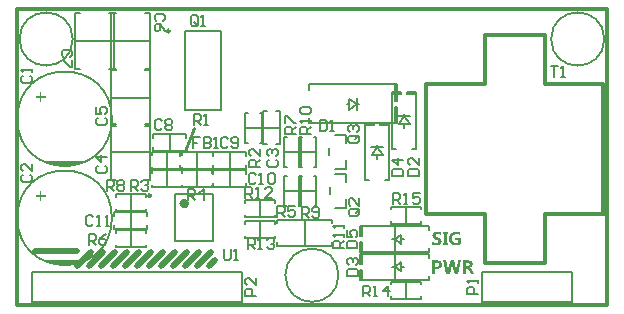
<source format=gto>
G04*
G04 #@! TF.GenerationSoftware,Altium Limited,Altium Designer,21.1.0 (24)*
G04*
G04 Layer_Color=16777215*
%FSLAX44Y44*%
%MOMM*%
G71*
G04*
G04 #@! TF.SameCoordinates,11EEB628-8EEC-4D1F-BDFF-B4013DCA5F77*
G04*
G04*
G04 #@! TF.FilePolarity,Positive*
G04*
G01*
G75*
%ADD10C,0.2000*%
%ADD11C,0.2500*%
%ADD12C,0.4000*%
%ADD13C,0.1500*%
%ADD14C,0.2540*%
%ADD15C,0.5000*%
%ADD16C,0.3000*%
G36*
X57545Y37408D02*
X55566Y36485D01*
X51430Y35081D01*
X47165Y34136D01*
X42824Y33660D01*
X38456D01*
X34114Y34136D01*
X29850Y35081D01*
X25714Y36485D01*
X23735Y37408D01*
X23735D01*
X57545D01*
D02*
G37*
G36*
Y121228D02*
X55566Y120305D01*
X51430Y118901D01*
X47165Y117956D01*
X42824Y117480D01*
X38456D01*
X34114Y117956D01*
X29850Y118901D01*
X25714Y120305D01*
X23735Y121228D01*
X23735D01*
X57545D01*
D02*
G37*
G36*
X356969Y61902D02*
X357210D01*
X357469Y61883D01*
X357729Y61846D01*
X357988Y61809D01*
X358025D01*
X358099Y61791D01*
X358228Y61772D01*
X358395Y61735D01*
X358599Y61680D01*
X358803Y61624D01*
X359247Y61494D01*
Y59162D01*
X359228D01*
X359191Y59198D01*
X359136Y59236D01*
X359062Y59273D01*
X358858Y59384D01*
X358617Y59495D01*
X358599D01*
X358562Y59513D01*
X358488Y59550D01*
X358414Y59587D01*
X358191Y59661D01*
X357932Y59735D01*
X357914D01*
X357877Y59754D01*
X357803Y59773D01*
X357729Y59791D01*
X357506Y59847D01*
X357247Y59884D01*
X357229D01*
X357192Y59902D01*
X357118D01*
X357025Y59921D01*
X356821Y59939D01*
X356432D01*
X356321Y59921D01*
X356081Y59902D01*
X355803Y59847D01*
X355784D01*
X355747Y59828D01*
X355673Y59809D01*
X355599Y59791D01*
X355414Y59717D01*
X355210Y59606D01*
X355192D01*
X355173Y59587D01*
X355081Y59513D01*
X354951Y59402D01*
X354840Y59254D01*
X354822Y59217D01*
X354785Y59124D01*
X354729Y58976D01*
X354710Y58791D01*
Y58773D01*
Y58736D01*
Y58680D01*
X354729Y58625D01*
X354766Y58439D01*
X354859Y58273D01*
Y58254D01*
X354896Y58236D01*
X354970Y58143D01*
X355099Y57995D01*
X355266Y57847D01*
X355284D01*
X355321Y57810D01*
X355377Y57773D01*
X355451Y57736D01*
X355673Y57606D01*
X355933Y57458D01*
X355951D01*
X356007Y57421D01*
X356081Y57384D01*
X356192Y57347D01*
X356321Y57291D01*
X356469Y57217D01*
X356821Y57069D01*
X356858Y57051D01*
X356932Y57014D01*
X357062Y56958D01*
X357229Y56884D01*
X357414Y56791D01*
X357617Y56699D01*
X358025Y56458D01*
X358043Y56439D01*
X358117Y56403D01*
X358210Y56328D01*
X358340Y56254D01*
X358488Y56143D01*
X358636Y56014D01*
X358951Y55736D01*
X358969Y55717D01*
X359006Y55662D01*
X359080Y55588D01*
X359173Y55477D01*
X359266Y55347D01*
X359358Y55199D01*
X359543Y54829D01*
X359562Y54810D01*
X359580Y54736D01*
X359617Y54643D01*
X359654Y54495D01*
X359691Y54329D01*
X359710Y54125D01*
X359747Y53884D01*
Y53643D01*
Y53625D01*
Y53607D01*
Y53495D01*
X359728Y53310D01*
X359710Y53088D01*
X359654Y52847D01*
X359599Y52569D01*
X359506Y52310D01*
X359377Y52051D01*
X359358Y52033D01*
X359321Y51940D01*
X359228Y51829D01*
X359117Y51681D01*
X358988Y51514D01*
X358821Y51347D01*
X358636Y51181D01*
X358414Y51014D01*
X358395Y50996D01*
X358303Y50959D01*
X358173Y50884D01*
X358006Y50792D01*
X357803Y50699D01*
X357562Y50625D01*
X357284Y50533D01*
X356988Y50459D01*
X356951D01*
X356858Y50440D01*
X356692Y50403D01*
X356469Y50385D01*
X356229Y50347D01*
X355933Y50311D01*
X355618Y50292D01*
X355136D01*
X354951Y50311D01*
X354710D01*
X354451Y50329D01*
X354155Y50366D01*
X353525Y50459D01*
X353488D01*
X353396Y50496D01*
X353229Y50514D01*
X353044Y50570D01*
X352803Y50644D01*
X352581Y50718D01*
X352340Y50810D01*
X352099Y50922D01*
Y53421D01*
X352137Y53403D01*
X352211Y53329D01*
X352359Y53218D01*
X352525Y53106D01*
X352748Y52958D01*
X353007Y52810D01*
X353266Y52681D01*
X353562Y52551D01*
X353581D01*
X353599Y52533D01*
X353692Y52514D01*
X353859Y52458D01*
X354062Y52421D01*
X354303Y52366D01*
X354581Y52310D01*
X354877Y52292D01*
X355173Y52273D01*
X355340D01*
X355451Y52292D01*
X355729Y52310D01*
X356007Y52347D01*
X356025D01*
X356062Y52366D01*
X356136Y52384D01*
X356210Y52421D01*
X356414Y52495D01*
X356599Y52588D01*
X356618D01*
X356636Y52625D01*
X356729Y52699D01*
X356858Y52810D01*
X356951Y52958D01*
Y52977D01*
X356969Y52995D01*
X357025Y53088D01*
X357062Y53236D01*
X357080Y53403D01*
Y53421D01*
Y53458D01*
X357062Y53514D01*
Y53607D01*
X356988Y53792D01*
X356951Y53903D01*
X356877Y53995D01*
Y54014D01*
X356840Y54032D01*
X356747Y54162D01*
X356581Y54310D01*
X356358Y54477D01*
X356340Y54495D01*
X356303Y54514D01*
X356229Y54551D01*
X356155Y54606D01*
X356044Y54680D01*
X355914Y54755D01*
X355599Y54903D01*
X355581Y54921D01*
X355525Y54940D01*
X355433Y54977D01*
X355321Y55032D01*
X355173Y55088D01*
X355007Y55162D01*
X354636Y55310D01*
X354618D01*
X354581Y55328D01*
X354507Y55366D01*
X354414Y55403D01*
X354303Y55458D01*
X354192Y55532D01*
X353896Y55680D01*
X353581Y55884D01*
X353248Y56106D01*
X352951Y56384D01*
X352674Y56662D01*
Y56680D01*
X352655Y56699D01*
X352581Y56810D01*
X352470Y56976D01*
X352359Y57199D01*
X352248Y57476D01*
X352137Y57810D01*
X352062Y58162D01*
X352044Y58569D01*
Y58587D01*
Y58606D01*
Y58717D01*
X352062Y58884D01*
X352081Y59087D01*
X352137Y59328D01*
X352192Y59587D01*
X352285Y59847D01*
X352396Y60087D01*
X352414Y60124D01*
X352470Y60198D01*
X352544Y60310D01*
X352655Y60458D01*
X352785Y60624D01*
X352951Y60791D01*
X353136Y60958D01*
X353340Y61124D01*
X353377Y61143D01*
X353451Y61198D01*
X353581Y61272D01*
X353747Y61346D01*
X353951Y61458D01*
X354192Y61550D01*
X354451Y61643D01*
X354747Y61717D01*
X354766D01*
X354785Y61735D01*
X354896Y61754D01*
X355044Y61791D01*
X355266Y61828D01*
X355507Y61865D01*
X355803Y61883D01*
X356099Y61920D01*
X356747D01*
X356969Y61902D01*
D02*
G37*
G36*
X372672D02*
X372857D01*
X373060Y61883D01*
X373283Y61865D01*
X373764Y61791D01*
X374301Y61717D01*
X374838Y61587D01*
X375375Y61420D01*
Y59050D01*
X375356D01*
X375319Y59087D01*
X375245Y59124D01*
X375134Y59162D01*
X375005Y59236D01*
X374856Y59291D01*
X374690Y59365D01*
X374486Y59439D01*
X374264Y59495D01*
X374023Y59569D01*
X373745Y59643D01*
X373468Y59698D01*
X372857Y59773D01*
X372172Y59809D01*
X372023D01*
X371912Y59791D01*
X371783Y59773D01*
X371616Y59754D01*
X371264Y59680D01*
X370857Y59550D01*
X370431Y59365D01*
X370209Y59254D01*
X370005Y59124D01*
X369783Y58958D01*
X369598Y58773D01*
X369579Y58754D01*
X369561Y58717D01*
X369505Y58661D01*
X369450Y58587D01*
X369375Y58476D01*
X369283Y58365D01*
X369190Y58217D01*
X369116Y58050D01*
X369024Y57865D01*
X368931Y57662D01*
X368839Y57439D01*
X368764Y57199D01*
X368653Y56662D01*
X368635Y56365D01*
X368616Y56051D01*
Y56032D01*
Y55977D01*
Y55884D01*
X368635Y55773D01*
Y55625D01*
X368672Y55458D01*
X368727Y55069D01*
X368839Y54625D01*
X368987Y54180D01*
X369209Y53755D01*
X369357Y53551D01*
X369505Y53366D01*
X369524Y53347D01*
X369542Y53329D01*
X369598Y53273D01*
X369672Y53218D01*
X369764Y53144D01*
X369875Y53070D01*
X369987Y52977D01*
X370135Y52903D01*
X370486Y52718D01*
X370894Y52569D01*
X371375Y52458D01*
X371635Y52440D01*
X371912Y52421D01*
X372060D01*
X372227Y52440D01*
X372431Y52458D01*
X372672Y52477D01*
X372912Y52533D01*
X373134Y52588D01*
X373357Y52681D01*
Y54884D01*
X371098D01*
Y56902D01*
X375893D01*
Y51236D01*
X375875Y51218D01*
X375819Y51199D01*
X375727Y51144D01*
X375597Y51088D01*
X375430Y51014D01*
X375245Y50940D01*
X375023Y50848D01*
X374764Y50773D01*
X374486Y50681D01*
X374171Y50588D01*
X373820Y50514D01*
X373468Y50440D01*
X373079Y50385D01*
X372672Y50329D01*
X372227Y50311D01*
X371783Y50292D01*
X371672D01*
X371524Y50311D01*
X371338D01*
X371116Y50347D01*
X370838Y50366D01*
X370561Y50422D01*
X370227Y50477D01*
X369894Y50551D01*
X369542Y50662D01*
X369190Y50773D01*
X368839Y50922D01*
X368487Y51088D01*
X368135Y51292D01*
X367820Y51533D01*
X367505Y51792D01*
X367487Y51810D01*
X367431Y51866D01*
X367357Y51940D01*
X367265Y52070D01*
X367154Y52218D01*
X367005Y52403D01*
X366876Y52625D01*
X366728Y52866D01*
X366580Y53144D01*
X366450Y53458D01*
X366320Y53792D01*
X366191Y54162D01*
X366098Y54569D01*
X366024Y54995D01*
X365969Y55440D01*
X365950Y55921D01*
Y55958D01*
Y56032D01*
X365969Y56180D01*
Y56365D01*
X366006Y56588D01*
X366043Y56847D01*
X366098Y57143D01*
X366172Y57458D01*
X366246Y57791D01*
X366357Y58143D01*
X366506Y58495D01*
X366672Y58865D01*
X366857Y59217D01*
X367098Y59569D01*
X367357Y59921D01*
X367654Y60235D01*
X367672Y60254D01*
X367728Y60310D01*
X367839Y60384D01*
X367968Y60495D01*
X368135Y60624D01*
X368339Y60772D01*
X368579Y60921D01*
X368857Y61087D01*
X369172Y61235D01*
X369524Y61383D01*
X369894Y61532D01*
X370301Y61661D01*
X370727Y61772D01*
X371190Y61846D01*
X371690Y61902D01*
X372209Y61920D01*
X372505D01*
X372672Y61902D01*
D02*
G37*
G36*
X365080Y59754D02*
X364135D01*
Y52458D01*
X365080D01*
Y50496D01*
X360654D01*
Y52458D01*
X361599D01*
Y59754D01*
X360654D01*
Y61717D01*
X365080D01*
Y59754D01*
D02*
G37*
G36*
X373597Y26416D02*
X370801D01*
X368950Y33600D01*
Y33619D01*
X368931Y33693D01*
X368894Y33823D01*
X368876Y33971D01*
X368839Y34156D01*
X368801Y34378D01*
X368783Y34600D01*
X368764Y34860D01*
X368727D01*
Y34822D01*
X368709Y34730D01*
Y34600D01*
X368690Y34415D01*
X368653Y34211D01*
X368616Y34008D01*
X368579Y33804D01*
X368524Y33600D01*
X366617Y26416D01*
X363709D01*
X360765Y37637D01*
X363524D01*
X365098Y30156D01*
Y30138D01*
X365117Y30064D01*
X365135Y29971D01*
X365154Y29823D01*
X365172Y29638D01*
X365209Y29416D01*
X365228Y29156D01*
X365246Y28879D01*
X365283D01*
Y28897D01*
X365302Y28990D01*
Y29101D01*
X365320Y29268D01*
X365357Y29453D01*
X365395Y29675D01*
X365450Y29934D01*
X365524Y30193D01*
X367561Y37637D01*
X370264D01*
X372098Y30101D01*
Y30082D01*
X372116Y30027D01*
X372135Y29916D01*
X372153Y29786D01*
X372190Y29619D01*
X372209Y29397D01*
X372246Y29156D01*
X372283Y28879D01*
X372301D01*
Y28916D01*
Y28990D01*
X372320Y29119D01*
X372338Y29268D01*
X372357Y29471D01*
X372394Y29675D01*
X372468Y30138D01*
X374023Y37637D01*
X376578D01*
X373597Y26416D01*
D02*
G37*
G36*
X382374Y37619D02*
X382652Y37582D01*
X382948Y37545D01*
X383300Y37470D01*
X383670Y37378D01*
X384059Y37248D01*
X384430Y37100D01*
X384800Y36896D01*
X385152Y36637D01*
X385466Y36341D01*
X385726Y36008D01*
X385929Y35582D01*
X386003Y35359D01*
X386059Y35119D01*
X386077Y34860D01*
X386096Y34582D01*
Y34563D01*
Y34489D01*
Y34360D01*
X386077Y34230D01*
X386059Y34063D01*
X386022Y33878D01*
X385911Y33489D01*
Y33471D01*
X385874Y33397D01*
X385837Y33304D01*
X385781Y33193D01*
X385707Y33045D01*
X385615Y32897D01*
X385392Y32582D01*
X385374Y32564D01*
X385337Y32527D01*
X385263Y32452D01*
X385170Y32360D01*
X385059Y32249D01*
X384930Y32138D01*
X384763Y32008D01*
X384596Y31897D01*
X384578Y31878D01*
X384522Y31860D01*
X384430Y31804D01*
X384300Y31730D01*
X384152Y31675D01*
X383967Y31601D01*
X383578Y31453D01*
Y31416D01*
X383596D01*
X383615Y31397D01*
X383726Y31360D01*
X383874Y31267D01*
X384041Y31156D01*
X384059D01*
X384078Y31119D01*
X384189Y31045D01*
X384337Y30916D01*
X384504Y30749D01*
X384522Y30730D01*
X384541Y30712D01*
X384633Y30601D01*
X384781Y30453D01*
X384930Y30249D01*
X384948Y30230D01*
X384967Y30212D01*
X385059Y30082D01*
X385170Y29916D01*
X385281Y29731D01*
X387411Y26416D01*
X384504D01*
X382763Y29286D01*
Y29305D01*
X382726Y29342D01*
X382689Y29397D01*
X382633Y29490D01*
X382522Y29675D01*
X382374Y29879D01*
Y29897D01*
X382337Y29916D01*
X382263Y30027D01*
X382152Y30175D01*
X382022Y30323D01*
X381985Y30360D01*
X381911Y30434D01*
X381782Y30527D01*
X381633Y30601D01*
X381596Y30619D01*
X381504Y30656D01*
X381374Y30693D01*
X381208Y30712D01*
X380541D01*
Y26416D01*
X378004D01*
Y37637D01*
X382189D01*
X382374Y37619D01*
D02*
G37*
G36*
X356284D02*
X356395D01*
X356673Y37582D01*
X356988Y37526D01*
X357358Y37452D01*
X357747Y37341D01*
X358136Y37193D01*
X358525Y37008D01*
X358914Y36767D01*
X359284Y36470D01*
X359599Y36119D01*
X359877Y35711D01*
X359988Y35471D01*
X360080Y35230D01*
X360154Y34971D01*
X360210Y34674D01*
X360247Y34378D01*
X360265Y34045D01*
Y34026D01*
Y33971D01*
Y33878D01*
X360247Y33767D01*
X360228Y33619D01*
X360210Y33452D01*
X360173Y33267D01*
X360117Y33063D01*
X359969Y32638D01*
X359877Y32415D01*
X359747Y32175D01*
X359617Y31953D01*
X359451Y31730D01*
X359266Y31508D01*
X359043Y31304D01*
X359025Y31286D01*
X358988Y31267D01*
X358914Y31212D01*
X358821Y31138D01*
X358691Y31064D01*
X358543Y30971D01*
X358377Y30879D01*
X358173Y30786D01*
X357951Y30693D01*
X357710Y30601D01*
X357451Y30508D01*
X357155Y30434D01*
X356840Y30360D01*
X356507Y30305D01*
X356155Y30286D01*
X355784Y30268D01*
X354581D01*
Y26416D01*
X352044D01*
Y37637D01*
X356192D01*
X356284Y37619D01*
D02*
G37*
G36*
X21048Y93122D02*
X24566D01*
Y91641D01*
X21048D01*
Y88160D01*
X19585D01*
Y91641D01*
X16104D01*
Y93122D01*
X19585D01*
Y96603D01*
X21048D01*
Y93122D01*
D02*
G37*
G36*
Y176942D02*
X24566D01*
Y175461D01*
X21048D01*
Y171980D01*
X19585D01*
Y175461D01*
X16104D01*
Y176942D01*
X19585D01*
Y180424D01*
X21048D01*
Y176942D01*
D02*
G37*
%LPC*%
G36*
X381671Y35748D02*
X380541D01*
Y32619D01*
X381745D01*
X381893Y32638D01*
X382078Y32675D01*
X382300Y32730D01*
X382522Y32823D01*
X382726Y32934D01*
X382930Y33082D01*
X382948Y33101D01*
X383004Y33175D01*
X383096Y33267D01*
X383189Y33415D01*
X383263Y33582D01*
X383356Y33786D01*
X383411Y34008D01*
X383430Y34267D01*
Y34286D01*
Y34323D01*
X383411Y34397D01*
Y34508D01*
X383337Y34730D01*
X383282Y34878D01*
X383207Y35008D01*
X383115Y35137D01*
X383004Y35285D01*
X382856Y35397D01*
X382689Y35526D01*
X382485Y35619D01*
X382245Y35693D01*
X381985Y35730D01*
X381671Y35748D01*
D02*
G37*
G36*
X355562Y35693D02*
X354581D01*
Y32193D01*
X355655D01*
X355747Y32212D01*
X355877Y32230D01*
X356044Y32249D01*
X356210Y32286D01*
X356395Y32341D01*
X356581Y32415D01*
X356766Y32508D01*
X356951Y32619D01*
X357136Y32767D01*
X357284Y32934D01*
X357414Y33138D01*
X357506Y33378D01*
X357580Y33637D01*
X357599Y33952D01*
Y33971D01*
Y34026D01*
X357580Y34119D01*
X357562Y34230D01*
X357543Y34360D01*
X357488Y34508D01*
X357432Y34656D01*
X357340Y34822D01*
X357229Y34989D01*
X357099Y35137D01*
X356932Y35285D01*
X356747Y35415D01*
X356507Y35526D01*
X356229Y35619D01*
X355914Y35674D01*
X355562Y35693D01*
D02*
G37*
%LPD*%
D10*
X80640Y73660D02*
G03*
X80640Y73660I-40000J0D01*
G01*
X23735Y37408D02*
G03*
X57545Y37408I16905J36252D01*
G01*
X80640Y157480D02*
G03*
X80640Y157480I-40000J0D01*
G01*
X23735Y121228D02*
G03*
X57545Y121228I16905J36252D01*
G01*
X497500Y225000D02*
G03*
X497500Y225000I-22500J0D01*
G01*
X272500Y25000D02*
G03*
X272500Y25000I-22500J0D01*
G01*
X47500Y225000D02*
G03*
X47500Y225000I-22500J0D01*
G01*
X243840Y49960D02*
Y71960D01*
X220840Y49960D02*
Y52960D01*
Y49960D02*
X266840D01*
Y52960D01*
Y68960D02*
Y71960D01*
X220840D02*
X266840D01*
X220840Y68960D02*
Y71960D01*
X23735Y37408D02*
X57545D01*
X304800Y123540D02*
Y126540D01*
Y133540D02*
Y135540D01*
X300800Y126540D02*
X309800D01*
X304800Y133540D02*
X309800Y126540D01*
X300800D02*
X304800Y133540D01*
X299800D02*
X309800D01*
X393700Y2540D02*
X469900D01*
Y27940D01*
X393700D02*
X469900D01*
X393700Y2540D02*
Y27940D01*
X12700D02*
X190500D01*
X12700Y2540D02*
Y27940D01*
Y2540D02*
X190500D01*
Y27940D01*
X327660Y149880D02*
Y152880D01*
Y159880D02*
Y161880D01*
X323660Y152880D02*
X332660D01*
X327660Y159880D02*
X332660Y152880D01*
X323660D02*
X327660Y159880D01*
X322660D02*
X332660D01*
X23735Y121228D02*
X57545D01*
X142270Y164620D02*
Y231620D01*
X173270Y164620D02*
Y231620D01*
X142270D02*
X173270D01*
X142270Y164620D02*
X173270D01*
X269780Y144040D02*
X278780D01*
Y136790D02*
Y144040D01*
X269780Y115040D02*
X278780D01*
Y122290D01*
X264780Y126540D02*
Y132540D01*
X269940Y111020D02*
X278940D01*
Y103770D02*
Y111020D01*
X269940Y82020D02*
X278940D01*
Y89270D01*
X264940Y93520D02*
Y99520D01*
X133860Y53660D02*
Y93660D01*
X165860Y53660D02*
Y93660D01*
X133860D02*
X165860D01*
X133860Y53660D02*
X165860D01*
X279480Y170180D02*
X281480D01*
X288480D02*
X289480D01*
X281480Y165180D02*
Y174180D01*
Y165180D02*
X288480Y170180D01*
X281480Y174180D02*
X288480Y170180D01*
Y165180D02*
Y175180D01*
X321980Y153670D02*
Y167640D01*
X247650Y153670D02*
X321980D01*
X320040Y167640D02*
X321980D01*
X320040Y153670D02*
Y167640D01*
Y172720D02*
Y186690D01*
Y172720D02*
X321980D01*
X247650Y153670D02*
Y158430D01*
X321980Y172720D02*
Y186690D01*
X247650Y181930D02*
Y186690D01*
X321980D01*
X318754Y85501D02*
Y94499D01*
X323252D01*
X324752Y92999D01*
Y90000D01*
X323252Y88500D01*
X318754D01*
X321753D02*
X324752Y85501D01*
X327751D02*
X330750D01*
X329250D01*
Y94499D01*
X327751Y92999D01*
X341246Y94499D02*
X335248D01*
Y90000D01*
X338247Y91500D01*
X339747D01*
X341246Y90000D01*
Y87001D01*
X339747Y85501D01*
X336748D01*
X335248Y87001D01*
X279433Y48128D02*
X288431D01*
Y52627D01*
X286931Y54127D01*
X280933D01*
X279433Y52627D01*
Y48128D01*
Y63123D02*
Y57126D01*
X283932D01*
X282432Y60125D01*
Y61624D01*
X283932Y63123D01*
X286931D01*
X288431Y61624D01*
Y58625D01*
X286931Y57126D01*
X318081Y109342D02*
X327079D01*
Y113841D01*
X325579Y115340D01*
X319581D01*
X318081Y113841D01*
Y109342D01*
X327079Y122838D02*
X318081D01*
X322580Y118340D01*
Y124338D01*
X45598Y209902D02*
X47097Y211402D01*
Y214401D01*
X45598Y215900D01*
X39599D01*
X38100Y214401D01*
Y211402D01*
X39599Y209902D01*
X47097Y206903D02*
Y200905D01*
X45598D01*
X39599Y206903D01*
X38100D01*
X202619Y7742D02*
X193622D01*
Y12241D01*
X195121Y13741D01*
X198120D01*
X199620Y12241D01*
Y7742D01*
X202619Y22738D02*
Y16739D01*
X196621Y22738D01*
X195121D01*
X193622Y21238D01*
Y18239D01*
X195121Y16739D01*
X390578Y9242D02*
X381581D01*
Y13741D01*
X383081Y15240D01*
X386080D01*
X387579Y13741D01*
Y9242D01*
X390578Y18239D02*
Y21238D01*
Y19739D01*
X381581D01*
X383081Y18239D01*
X155521Y141658D02*
X149523D01*
Y137160D01*
X152522D01*
X149523D01*
Y132662D01*
X158520Y141658D02*
Y132662D01*
X163019D01*
X164519Y134161D01*
Y135660D01*
X163019Y137160D01*
X158520D01*
X163019D01*
X164519Y138659D01*
Y140159D01*
X163019Y141658D01*
X158520D01*
X167518Y132662D02*
X170517D01*
X169017D01*
Y141658D01*
X167518Y140159D01*
X279941Y24506D02*
X288939D01*
Y29005D01*
X287439Y30505D01*
X281441D01*
X279941Y29005D01*
Y24506D01*
X281441Y33503D02*
X279941Y35003D01*
Y38002D01*
X281441Y39502D01*
X282941D01*
X284440Y38002D01*
Y36502D01*
Y38002D01*
X285940Y39502D01*
X287439D01*
X288939Y38002D01*
Y35003D01*
X287439Y33503D01*
X64831Y74119D02*
X63332Y75619D01*
X60333D01*
X58833Y74119D01*
Y68121D01*
X60333Y66621D01*
X63332D01*
X64831Y68121D01*
X67830Y66621D02*
X70829D01*
X69330D01*
Y75619D01*
X67830Y74119D01*
X75328Y66621D02*
X78327D01*
X76827D01*
Y75619D01*
X75328Y74119D01*
X202468Y109895D02*
X200968Y111394D01*
X197969D01*
X196470Y109895D01*
Y103897D01*
X197969Y102397D01*
X200968D01*
X202468Y103897D01*
X205467Y102397D02*
X208466D01*
X206966D01*
Y111394D01*
X205467Y109895D01*
X212964D02*
X214464Y111394D01*
X217463D01*
X218963Y109895D01*
Y103897D01*
X217463Y102397D01*
X214464D01*
X212964Y103897D01*
Y109895D01*
X178841Y140159D02*
X177341Y141658D01*
X174342D01*
X172842Y140159D01*
Y134161D01*
X174342Y132662D01*
X177341D01*
X178841Y134161D01*
X181840D02*
X183339Y132662D01*
X186338D01*
X187838Y134161D01*
Y140159D01*
X186338Y141658D01*
X183339D01*
X181840Y140159D01*
Y138659D01*
X183339Y137160D01*
X187838D01*
X122961Y155399D02*
X121461Y156898D01*
X118462D01*
X116962Y155399D01*
Y149401D01*
X118462Y147901D01*
X121461D01*
X122961Y149401D01*
X125960Y155399D02*
X127459Y156898D01*
X130458D01*
X131958Y155399D01*
Y153899D01*
X130458Y152400D01*
X131958Y150900D01*
Y149401D01*
X130458Y147901D01*
X127459D01*
X125960Y149401D01*
Y150900D01*
X127459Y152400D01*
X125960Y153899D01*
Y155399D01*
X127459Y152400D02*
X130458D01*
X193582Y90396D02*
Y99393D01*
X198081D01*
X199580Y97894D01*
Y94895D01*
X198081Y93395D01*
X193582D01*
X196581D02*
X199580Y90396D01*
X202579D02*
X205578D01*
X204079D01*
Y99393D01*
X202579Y97894D01*
X216075Y90396D02*
X210077D01*
X216075Y96394D01*
Y97894D01*
X214575Y99393D01*
X211576D01*
X210077Y97894D01*
X124338Y240382D02*
X125837Y241882D01*
Y244881D01*
X124338Y246380D01*
X118340D01*
X116840Y244881D01*
Y241882D01*
X118340Y240382D01*
X125837Y231385D02*
X124338Y234384D01*
X121339Y237383D01*
X118340D01*
X116840Y235883D01*
Y232884D01*
X118340Y231385D01*
X119839D01*
X121339Y232884D01*
Y237383D01*
X175260Y47097D02*
Y39599D01*
X176759Y38100D01*
X179758D01*
X181258Y39599D01*
Y47097D01*
X184257Y38100D02*
X187256D01*
X185757D01*
Y47097D01*
X184257Y45598D01*
X452120Y202037D02*
X458118D01*
X455119D01*
Y193040D01*
X461117D02*
X464116D01*
X462617D01*
Y202037D01*
X461117Y200538D01*
X293320Y7112D02*
Y16109D01*
X297819D01*
X299318Y14610D01*
Y11610D01*
X297819Y10111D01*
X293320D01*
X296319D02*
X299318Y7112D01*
X302317D02*
X305316D01*
X303817D01*
Y16109D01*
X302317Y14610D01*
X314313Y7112D02*
Y16109D01*
X309815Y11610D01*
X315813D01*
X195780Y47220D02*
Y56217D01*
X200278D01*
X201778Y54717D01*
Y51719D01*
X200278Y50219D01*
X195780D01*
X198779D02*
X201778Y47220D01*
X204777D02*
X207776D01*
X206277D01*
Y56217D01*
X204777Y54717D01*
X212275D02*
X213774Y56217D01*
X216773D01*
X218273Y54717D01*
Y53218D01*
X216773Y51719D01*
X215274D01*
X216773D01*
X218273Y50219D01*
Y48720D01*
X216773Y47220D01*
X213774D01*
X212275Y48720D01*
X276860Y48260D02*
X267863D01*
Y52758D01*
X269363Y54258D01*
X272362D01*
X273861Y52758D01*
Y48260D01*
Y51259D02*
X276860Y54258D01*
Y57257D02*
Y60256D01*
Y58757D01*
X267863D01*
X269363Y57257D01*
X276860Y64755D02*
Y67754D01*
Y66254D01*
X267863D01*
X269363Y64755D01*
X248920Y144780D02*
X239923D01*
Y149278D01*
X241422Y150778D01*
X244422D01*
X245921Y149278D01*
Y144780D01*
Y147779D02*
X248920Y150778D01*
Y153777D02*
Y156776D01*
Y155277D01*
X239923D01*
X241422Y153777D01*
Y161275D02*
X239923Y162774D01*
Y165773D01*
X241422Y167273D01*
X247421D01*
X248920Y165773D01*
Y162774D01*
X247421Y161275D01*
X241422D01*
X241300Y73660D02*
Y82657D01*
X245798D01*
X247298Y81158D01*
Y78158D01*
X245798Y76659D01*
X241300D01*
X244299D02*
X247298Y73660D01*
X250297Y75160D02*
X251797Y73660D01*
X254796D01*
X256295Y75160D01*
Y81158D01*
X254796Y82657D01*
X251797D01*
X250297Y81158D01*
Y79658D01*
X251797Y78158D01*
X256295D01*
X76200Y96520D02*
Y105517D01*
X80698D01*
X82198Y104018D01*
Y101018D01*
X80698Y99519D01*
X76200D01*
X79199D02*
X82198Y96520D01*
X85197Y104018D02*
X86697Y105517D01*
X89696D01*
X91195Y104018D01*
Y102518D01*
X89696Y101018D01*
X91195Y99519D01*
Y98020D01*
X89696Y96520D01*
X86697D01*
X85197Y98020D01*
Y99519D01*
X86697Y101018D01*
X85197Y102518D01*
Y104018D01*
X86697Y101018D02*
X89696D01*
X236220Y144780D02*
X227223D01*
Y149278D01*
X228722Y150778D01*
X231721D01*
X233221Y149278D01*
Y144780D01*
Y147779D02*
X236220Y150778D01*
X227223Y153777D02*
Y159775D01*
X228722D01*
X234720Y153777D01*
X236220D01*
X60960Y50800D02*
Y59797D01*
X65458D01*
X66958Y58298D01*
Y55299D01*
X65458Y53799D01*
X60960D01*
X63959D02*
X66958Y50800D01*
X75955Y59797D02*
X72956Y58298D01*
X69957Y55299D01*
Y52299D01*
X71457Y50800D01*
X74456D01*
X75955Y52299D01*
Y53799D01*
X74456Y55299D01*
X69957D01*
X220840Y74500D02*
Y83497D01*
X225338D01*
X226838Y81998D01*
Y78998D01*
X225338Y77499D01*
X220840D01*
X223839D02*
X226838Y74500D01*
X235835Y83497D02*
X229837D01*
Y78998D01*
X232836Y80498D01*
X234336D01*
X235835Y78998D01*
Y75999D01*
X234336Y74500D01*
X231337D01*
X229837Y75999D01*
X144780Y88900D02*
Y97897D01*
X149278D01*
X150778Y96398D01*
Y93399D01*
X149278Y91899D01*
X144780D01*
X147779D02*
X150778Y88900D01*
X158276D02*
Y97897D01*
X153777Y93399D01*
X159775D01*
X96520Y96520D02*
Y105517D01*
X101018D01*
X102518Y104018D01*
Y101018D01*
X101018Y99519D01*
X96520D01*
X99519D02*
X102518Y96520D01*
X105517Y104018D02*
X107017Y105517D01*
X110016D01*
X111515Y104018D01*
Y102518D01*
X110016Y101018D01*
X108516D01*
X110016D01*
X111515Y99519D01*
Y98020D01*
X110016Y96520D01*
X107017D01*
X105517Y98020D01*
X205740Y116840D02*
X196743D01*
Y121339D01*
X198242Y122838D01*
X201241D01*
X202741Y121339D01*
Y116840D01*
Y119839D02*
X205740Y122838D01*
Y131835D02*
Y125837D01*
X199742Y131835D01*
X198242D01*
X196743Y130336D01*
Y127337D01*
X198242Y125837D01*
X149860Y152400D02*
Y161397D01*
X154359D01*
X155858Y159898D01*
Y156898D01*
X154359Y155399D01*
X149860D01*
X152859D02*
X155858Y152400D01*
X158857D02*
X161856D01*
X160357D01*
Y161397D01*
X158857Y159898D01*
X288060Y143158D02*
X282062D01*
X280563Y141658D01*
Y138659D01*
X282062Y137160D01*
X288060D01*
X289560Y138659D01*
Y141658D01*
X286561Y140159D02*
X289560Y143158D01*
Y141658D02*
X288060Y143158D01*
X282062Y146157D02*
X280563Y147657D01*
Y150656D01*
X282062Y152155D01*
X283562D01*
X285061Y150656D01*
Y149156D01*
Y150656D01*
X286561Y152155D01*
X288060D01*
X289560Y150656D01*
Y147657D01*
X288060Y146157D01*
X288500Y80998D02*
X282502D01*
X281003Y79499D01*
Y76500D01*
X282502Y75000D01*
X288500D01*
X290000Y76500D01*
Y79499D01*
X287001Y77999D02*
X290000Y80998D01*
Y79499D02*
X288500Y80998D01*
X290000Y89995D02*
Y83997D01*
X284002Y89995D01*
X282502D01*
X281003Y88496D01*
Y85497D01*
X282502Y83997D01*
X153318Y237719D02*
Y243718D01*
X151819Y245217D01*
X148820D01*
X147320Y243718D01*
Y237719D01*
X148820Y236220D01*
X151819D01*
X150319Y239219D02*
X153318Y236220D01*
X151819D02*
X153318Y237719D01*
X156317Y236220D02*
X159316D01*
X157817D01*
Y245217D01*
X156317Y243718D01*
X331363Y109220D02*
X340360D01*
Y113719D01*
X338861Y115218D01*
X332862D01*
X331363Y113719D01*
Y109220D01*
X340360Y124215D02*
Y118217D01*
X334362Y124215D01*
X332862D01*
X331363Y122716D01*
Y119717D01*
X332862Y118217D01*
X256540Y156317D02*
Y147320D01*
X261038D01*
X262538Y148820D01*
Y154818D01*
X261038Y156317D01*
X256540D01*
X265537Y147320D02*
X268536D01*
X267037D01*
Y156317D01*
X265537Y154818D01*
X68702Y158398D02*
X67203Y156898D01*
Y153899D01*
X68702Y152400D01*
X74700D01*
X76200Y153899D01*
Y156898D01*
X74700Y158398D01*
X67203Y167395D02*
Y161397D01*
X71701D01*
X70202Y164396D01*
Y165896D01*
X71701Y167395D01*
X74700D01*
X76200Y165896D01*
Y162897D01*
X74700Y161397D01*
X68702Y117758D02*
X67203Y116258D01*
Y113259D01*
X68702Y111760D01*
X74700D01*
X76200Y113259D01*
Y116258D01*
X74700Y117758D01*
X76200Y125256D02*
X67203D01*
X71701Y120757D01*
Y126755D01*
X213482Y122838D02*
X211983Y121339D01*
Y118340D01*
X213482Y116840D01*
X219480D01*
X220980Y118340D01*
Y121339D01*
X219480Y122838D01*
X213482Y125837D02*
X211983Y127337D01*
Y130336D01*
X213482Y131835D01*
X214982D01*
X216481Y130336D01*
Y128836D01*
Y130336D01*
X217981Y131835D01*
X219480D01*
X220980Y130336D01*
Y127337D01*
X219480Y125837D01*
X5202Y110138D02*
X3703Y108638D01*
Y105639D01*
X5202Y104140D01*
X11200D01*
X12700Y105639D01*
Y108638D01*
X11200Y110138D01*
X12700Y119135D02*
Y113137D01*
X6702Y119135D01*
X5202D01*
X3703Y117636D01*
Y114637D01*
X5202Y113137D01*
Y193958D02*
X3703Y192458D01*
Y189459D01*
X5202Y187960D01*
X11200D01*
X12700Y189459D01*
Y192458D01*
X11200Y193958D01*
X12700Y196957D02*
Y199956D01*
Y198457D01*
X3703D01*
X5202Y196957D01*
D11*
X129770Y231620D02*
G03*
X129770Y231620I-1250J0D01*
G01*
X113750Y92500D02*
G03*
X113750Y92500I-1250J0D01*
G01*
D12*
X143860Y85660D02*
G03*
X143860Y85660I-2000J0D01*
G01*
D13*
X349210Y44626D02*
Y47626D01*
X292060Y44626D02*
X349210D01*
X292060D02*
Y53086D01*
Y58166D02*
Y66626D01*
X349210D01*
Y63626D02*
Y66626D01*
X320000Y44626D02*
Y66626D01*
Y55626D02*
X325080Y51816D01*
X320000Y55626D02*
X325080Y59436D01*
X317460Y55626D02*
X320000D01*
X325080D02*
X327620D01*
X325080Y51816D02*
Y59436D01*
X290790Y66626D02*
X292060D01*
X290790Y58166D02*
Y66626D01*
Y58166D02*
X292060D01*
X290790Y44626D02*
X292060D01*
X290790D02*
Y53086D01*
X292060D01*
X330000Y68692D02*
Y82692D01*
X342700Y68692D02*
Y70612D01*
X317300Y68692D02*
X342700D01*
X317300D02*
Y70612D01*
Y80772D02*
Y82692D01*
X342700D01*
Y80772D02*
Y82692D01*
X80270Y105790D02*
X84020D01*
X80270D02*
Y153290D01*
X84020D01*
X109020D02*
X112770D01*
Y105790D02*
Y153290D01*
X109020Y105790D02*
X112770D01*
X80270Y129540D02*
X112770D01*
X127000Y99680D02*
Y113680D01*
X114300Y111760D02*
Y113680D01*
X139700D01*
Y111760D02*
Y113680D01*
Y99680D02*
Y101600D01*
X114300Y99680D02*
X139700D01*
X114300D02*
Y101600D01*
X311550Y105410D02*
X314960D01*
X294640D02*
X298050D01*
X314960D02*
Y152400D01*
X294640Y105410D02*
Y152400D01*
X307340D02*
X314960D01*
X307340D02*
Y153670D01*
X314960D01*
Y152400D02*
Y153670D01*
X294640Y152400D02*
Y153670D01*
X302260D01*
Y152400D02*
Y153670D01*
X294640Y152400D02*
X302260D01*
X82520Y64120D02*
Y67120D01*
Y64120D02*
X110520D01*
Y67120D01*
Y75120D02*
Y78120D01*
X82520D02*
X110520D01*
X82520Y75120D02*
Y78120D01*
X96520Y64120D02*
Y78120D01*
X349210Y21004D02*
Y24004D01*
X292060Y21004D02*
X349210D01*
X292060D02*
Y29464D01*
Y34544D02*
Y43004D01*
X349210D01*
Y40004D02*
Y43004D01*
X320000Y21004D02*
Y43004D01*
Y32004D02*
X325080Y28194D01*
X320000Y32004D02*
X325080Y35814D01*
X317460Y32004D02*
X320000D01*
X325080D02*
X327620D01*
X325080Y28194D02*
Y35814D01*
X290790Y43004D02*
X292060D01*
X290790Y34544D02*
Y43004D01*
Y34544D02*
X292060D01*
X290790Y21004D02*
X292060D01*
X290790D02*
Y29464D01*
X292060D01*
X194340Y110680D02*
Y113680D01*
X166340D02*
X194340D01*
X166340Y110680D02*
Y113680D01*
Y99680D02*
Y102680D01*
Y99680D02*
X194340D01*
Y102680D01*
X180340Y99680D02*
Y113680D01*
X194340Y125920D02*
Y128920D01*
X166340D02*
X194340D01*
X166340Y125920D02*
Y128920D01*
Y114920D02*
Y117920D01*
Y114920D02*
X194340D01*
Y117920D01*
X180340Y114920D02*
Y128920D01*
X138400Y114920D02*
Y117920D01*
Y114920D02*
X166400D01*
Y117920D01*
Y125920D02*
Y128920D01*
X138400D02*
X166400D01*
X138400Y125920D02*
Y128920D01*
X152400Y114920D02*
Y128920D01*
X143540Y141160D02*
Y144160D01*
X115540D02*
X143540D01*
X115540Y141160D02*
Y144160D01*
Y130160D02*
Y133160D01*
Y130160D02*
X143540D01*
Y133160D01*
X129540Y130160D02*
Y144160D01*
X334410Y131750D02*
X337820D01*
X317500D02*
X320910D01*
X337820D02*
Y178740D01*
X317500Y131750D02*
Y178740D01*
X330200D02*
X337820D01*
X330200D02*
Y180010D01*
X337820D01*
Y178740D02*
Y180010D01*
X317500Y178740D02*
Y180010D01*
X325120D01*
Y178740D02*
Y180010D01*
X317500Y178740D02*
X325120D01*
X152400Y99680D02*
Y113680D01*
X139700Y111760D02*
Y113680D01*
X165100D01*
Y111760D02*
Y113680D01*
Y99680D02*
Y101600D01*
X139700Y99680D02*
X165100D01*
X139700D02*
Y101600D01*
X49790Y223520D02*
X82290D01*
X49790Y247270D02*
X53540D01*
X49790Y199770D02*
Y247270D01*
Y199770D02*
X53540D01*
X78540D02*
X82290D01*
Y247270D01*
X78540D02*
X82290D01*
X330000Y5192D02*
Y19192D01*
X342700Y5192D02*
Y7112D01*
X317300Y5192D02*
X342700D01*
X317300D02*
Y7112D01*
Y17272D02*
Y19192D01*
X342700D01*
Y17272D02*
Y19192D01*
X205740Y56500D02*
Y70500D01*
X218440Y56500D02*
Y58420D01*
X193040Y56500D02*
X218440D01*
X193040D02*
Y58420D01*
Y68580D02*
Y70500D01*
X218440D01*
Y68580D02*
Y70500D01*
X205740Y74280D02*
Y88280D01*
X193040Y86360D02*
Y88280D01*
X218440D01*
Y86360D02*
Y88280D01*
Y74280D02*
Y76200D01*
X193040Y74280D02*
X218440D01*
X193040D02*
Y76200D01*
X239380Y129540D02*
X253380D01*
X239380Y116840D02*
X241300D01*
X239380D02*
Y142240D01*
X241300D01*
X251460D02*
X253380D01*
Y116840D02*
Y142240D01*
X251460Y116840D02*
X253380D01*
X239380Y96520D02*
X253380D01*
X239380Y83820D02*
X241300D01*
X239380D02*
Y109220D01*
X241300D01*
X251460D02*
X253380D01*
Y83820D02*
Y109220D01*
X251460Y83820D02*
X253380D01*
X96520Y79360D02*
Y93360D01*
X83820Y91440D02*
Y93360D01*
X109220D01*
Y91440D02*
Y93360D01*
Y79360D02*
Y81280D01*
X83820Y79360D02*
X109220D01*
X83820D02*
Y81280D01*
X226680Y129540D02*
X240680D01*
X226680Y116840D02*
X228600D01*
X226680D02*
Y142240D01*
X228600D01*
X238760D02*
X240680D01*
Y116840D02*
Y142240D01*
X238760Y116840D02*
X240680D01*
X96520Y48880D02*
Y62880D01*
X109220Y48880D02*
Y50800D01*
X83820Y48880D02*
X109220D01*
X83820D02*
Y50800D01*
Y60960D02*
Y62880D01*
X109220D01*
Y60960D02*
Y62880D01*
X226680Y96520D02*
X240680D01*
X226680Y83820D02*
X228600D01*
X226680D02*
Y109220D01*
X228600D01*
X238760D02*
X240680D01*
Y83820D02*
Y109220D01*
X238760Y83820D02*
X240680D01*
X193660Y149860D02*
X207660D01*
X205740Y162560D02*
X207660D01*
Y137160D02*
Y162560D01*
X205740Y137160D02*
X207660D01*
X193660D02*
X195580D01*
X193660D02*
Y162560D01*
X195580D01*
X127000Y114920D02*
Y128920D01*
X139700Y114920D02*
Y116840D01*
X114300Y114920D02*
X139700D01*
X114300D02*
Y116840D01*
Y127000D02*
Y128920D01*
X139700D01*
Y127000D02*
Y128920D01*
X109020Y247270D02*
X112770D01*
Y199770D02*
Y247270D01*
X109020Y199770D02*
X112770D01*
X80270D02*
X84020D01*
X80270D02*
Y247270D01*
X84020D01*
X80270Y223520D02*
X112770D01*
X80270Y151510D02*
X84020D01*
X80270D02*
Y199010D01*
X84020D01*
X109020D02*
X112770D01*
Y151510D02*
Y199010D01*
X109020Y151510D02*
X112770D01*
X80270Y175260D02*
X112770D01*
X219900Y135860D02*
X222900D01*
Y163860D01*
X219900D02*
X222900D01*
X208900D02*
X211900D01*
X208900Y135860D02*
Y163860D01*
Y135860D02*
X211900D01*
X208900Y149860D02*
X222900D01*
D14*
X142181Y130578D02*
X149860Y149860D01*
D15*
X15240Y45720D02*
X50800D01*
Y33020D02*
X62850Y45070D01*
X162560Y33020D02*
X167640Y38100D01*
X152400Y33020D02*
X164450Y45070D01*
X142240Y33020D02*
X154290Y45070D01*
X132080Y33020D02*
X144130Y45070D01*
X121920Y33020D02*
X133970Y45070D01*
X111760Y33020D02*
X123810Y45070D01*
X101600Y33020D02*
X113650Y45070D01*
X91440Y33020D02*
X103490Y45070D01*
X81280Y33020D02*
X93330Y45070D01*
X71120Y33020D02*
X83170Y45070D01*
X60960Y33020D02*
X73010Y45070D01*
D16*
X346583Y77089D02*
Y187071D01*
X396240D02*
Y228600D01*
X447040D01*
Y187071D02*
Y228600D01*
X396240Y35560D02*
Y77089D01*
Y35560D02*
X447040D01*
Y77089D01*
X496697D02*
Y187071D01*
X346583Y77089D02*
X396240D01*
X447040D02*
X497840D01*
X346583Y187071D02*
X396240D01*
X447040D02*
X496697D01*
X0Y250000D02*
X500000Y250000D01*
X0Y0D02*
Y250000D01*
X500000Y0D02*
Y250000D01*
X0Y0D02*
X500000Y0D01*
M02*

</source>
